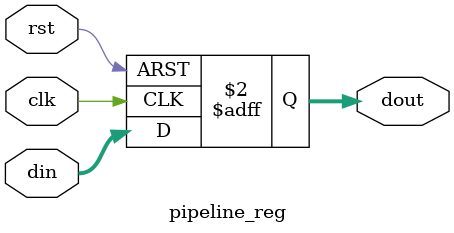
<source format=v>
module pipeline_reg #(parameter WIDTH = 32)(
    input clk,
    input rst,
    input [WIDTH-1:0] din,
    output reg [WIDTH-1:0] dout
);
    always @(posedge clk or posedge rst) begin
        if (rst)
            dout <= 0;
        else
            dout <= din;
    end
endmodule

</source>
